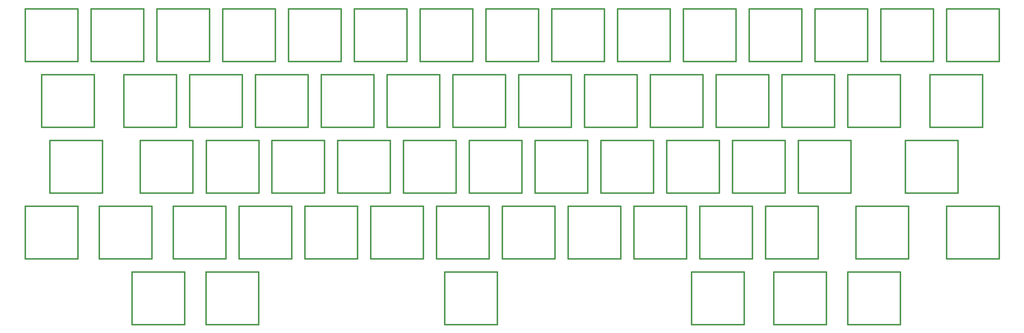
<source format=gbr>
G04 #@! TF.GenerationSoftware,KiCad,Pcbnew,(5.1.2-1)-1*
G04 #@! TF.CreationDate,2020-06-06T23:17:58+08:00*
G04 #@! TF.ProjectId,vim60,76696d36-302e-46b6-9963-61645f706362,rev?*
G04 #@! TF.SameCoordinates,Original*
G04 #@! TF.FileFunction,Legend,Top*
G04 #@! TF.FilePolarity,Positive*
%FSLAX46Y46*%
G04 Gerber Fmt 4.6, Leading zero omitted, Abs format (unit mm)*
G04 Created by KiCad (PCBNEW (5.1.2-1)-1) date 2020-06-06 23:17:58*
%MOMM*%
%LPD*%
G04 APERTURE LIST*
%ADD10C,0.381000*%
G04 APERTURE END LIST*
D10*
X349790000Y-161856500D02*
X349790000Y-177096500D01*
X334550000Y-161856500D02*
X349790000Y-161856500D01*
X334550000Y-177096500D02*
X334550000Y-161856500D01*
X349790000Y-177096500D02*
X334550000Y-177096500D01*
X83091700Y-119946400D02*
X67851700Y-119946400D01*
X67851700Y-119946400D02*
X67851700Y-104706400D01*
X67851700Y-104706400D02*
X83091700Y-104706400D01*
X83091700Y-104706400D02*
X83091700Y-119946400D01*
X87854199Y-123756400D02*
X87854199Y-138996400D01*
X72614199Y-123756400D02*
X87854199Y-123756400D01*
X72614199Y-138996400D02*
X72614199Y-123756400D01*
X87854199Y-138996400D02*
X72614199Y-138996400D01*
X90235499Y-158047800D02*
X74995499Y-158047800D01*
X74995499Y-158047800D02*
X74995499Y-142807800D01*
X74995499Y-142807800D02*
X90235499Y-142807800D01*
X90235499Y-142807800D02*
X90235499Y-158047800D01*
X83091700Y-177096500D02*
X67851700Y-177096500D01*
X67851700Y-177096500D02*
X67851700Y-161856500D01*
X67851700Y-161856500D02*
X83091700Y-161856500D01*
X83091700Y-161856500D02*
X83091700Y-177096500D01*
X102141700Y-104706400D02*
X102141700Y-119946400D01*
X86901700Y-104706400D02*
X102141700Y-104706400D01*
X86901700Y-119946400D02*
X86901700Y-104706400D01*
X102141700Y-119946400D02*
X86901700Y-119946400D01*
X104522900Y-161856500D02*
X104522900Y-177096500D01*
X89282900Y-161856500D02*
X104522900Y-161856500D01*
X89282900Y-177096500D02*
X89282900Y-161856500D01*
X104522900Y-177096500D02*
X89282900Y-177096500D01*
X114046499Y-196146530D02*
X98806499Y-196146530D01*
X98806499Y-196146530D02*
X98806499Y-180906530D01*
X98806499Y-180906530D02*
X114046499Y-180906530D01*
X114046499Y-180906530D02*
X114046499Y-196146530D01*
X121191700Y-104706400D02*
X121191700Y-119946400D01*
X105951700Y-104706400D02*
X121191700Y-104706400D01*
X105951700Y-119946400D02*
X105951700Y-104706400D01*
X121191700Y-119946400D02*
X105951700Y-119946400D01*
X111665300Y-123756400D02*
X111665300Y-138996400D01*
X96425300Y-123756400D02*
X111665300Y-123756400D01*
X96425300Y-138996400D02*
X96425300Y-123756400D01*
X111665300Y-138996400D02*
X96425300Y-138996400D01*
X116429199Y-158047800D02*
X101189199Y-158047800D01*
X101189199Y-158047800D02*
X101189199Y-142807800D01*
X101189199Y-142807800D02*
X116429199Y-142807800D01*
X116429199Y-142807800D02*
X116429199Y-158047800D01*
X125952800Y-161856500D02*
X125952800Y-177096500D01*
X110712800Y-161856500D02*
X125952800Y-161856500D01*
X110712800Y-177096500D02*
X110712800Y-161856500D01*
X125952800Y-177096500D02*
X110712800Y-177096500D01*
X140241700Y-119946400D02*
X125001700Y-119946400D01*
X125001700Y-119946400D02*
X125001700Y-104706400D01*
X125001700Y-104706400D02*
X140241700Y-104706400D01*
X140241700Y-104706400D02*
X140241700Y-119946400D01*
X130715300Y-138996400D02*
X115475300Y-138996400D01*
X115475300Y-138996400D02*
X115475300Y-123756400D01*
X115475300Y-123756400D02*
X130715300Y-123756400D01*
X130715300Y-123756400D02*
X130715300Y-138996400D01*
X135504201Y-142807800D02*
X135504201Y-158047800D01*
X120264201Y-142807800D02*
X135504201Y-142807800D01*
X120264201Y-158047800D02*
X120264201Y-142807800D01*
X135504201Y-158047800D02*
X120264201Y-158047800D01*
X145002800Y-177096500D02*
X129762800Y-177096500D01*
X129762800Y-177096500D02*
X129762800Y-161856500D01*
X129762800Y-161856500D02*
X145002800Y-161856500D01*
X145002800Y-161856500D02*
X145002800Y-177096500D01*
X135477900Y-180906530D02*
X135477900Y-196146530D01*
X120237900Y-180906530D02*
X135477900Y-180906530D01*
X120237900Y-196146530D02*
X120237900Y-180906530D01*
X135477900Y-196146530D02*
X120237900Y-196146530D01*
X159291700Y-104706400D02*
X159291700Y-119946400D01*
X144051700Y-104706400D02*
X159291700Y-104706400D01*
X144051700Y-119946400D02*
X144051700Y-104706400D01*
X159291700Y-119946400D02*
X144051700Y-119946400D01*
X149765300Y-138996400D02*
X134525300Y-138996400D01*
X134525300Y-138996400D02*
X134525300Y-123756400D01*
X134525300Y-123756400D02*
X149765300Y-123756400D01*
X149765300Y-123756400D02*
X149765300Y-138996400D01*
X154529199Y-142807800D02*
X154529199Y-158047800D01*
X139289199Y-142807800D02*
X154529199Y-142807800D01*
X139289199Y-158047800D02*
X139289199Y-142807800D01*
X154529199Y-158047800D02*
X139289199Y-158047800D01*
X164052800Y-177096500D02*
X148812800Y-177096500D01*
X148812800Y-177096500D02*
X148812800Y-161856500D01*
X148812800Y-161856500D02*
X164052800Y-161856500D01*
X164052800Y-161856500D02*
X164052800Y-177096500D01*
X178341700Y-119946400D02*
X163101700Y-119946400D01*
X163101700Y-119946400D02*
X163101700Y-104706400D01*
X163101700Y-104706400D02*
X178341700Y-104706400D01*
X178341700Y-104706400D02*
X178341700Y-119946400D01*
X168815300Y-123756400D02*
X168815300Y-138996400D01*
X153575300Y-123756400D02*
X168815300Y-123756400D01*
X153575300Y-138996400D02*
X153575300Y-123756400D01*
X168815300Y-138996400D02*
X153575300Y-138996400D01*
X173579199Y-158047800D02*
X158339199Y-158047800D01*
X158339199Y-158047800D02*
X158339199Y-142807800D01*
X158339199Y-142807800D02*
X173579199Y-142807800D01*
X173579199Y-142807800D02*
X173579199Y-158047800D01*
X183102800Y-161856500D02*
X183102800Y-177096500D01*
X167862800Y-161856500D02*
X183102800Y-161856500D01*
X167862800Y-177096500D02*
X167862800Y-161856500D01*
X183102800Y-177096500D02*
X167862800Y-177096500D01*
X197391700Y-104706400D02*
X197391700Y-119946400D01*
X182151700Y-104706400D02*
X197391700Y-104706400D01*
X182151700Y-119946400D02*
X182151700Y-104706400D01*
X197391700Y-119946400D02*
X182151700Y-119946400D01*
X187865300Y-138996400D02*
X172625300Y-138996400D01*
X172625300Y-138996400D02*
X172625300Y-123756400D01*
X172625300Y-123756400D02*
X187865300Y-123756400D01*
X187865300Y-123756400D02*
X187865300Y-138996400D01*
X192629199Y-142807800D02*
X192629199Y-158047800D01*
X177389199Y-142807800D02*
X192629199Y-142807800D01*
X177389199Y-158047800D02*
X177389199Y-142807800D01*
X192629199Y-158047800D02*
X177389199Y-158047800D01*
X202152800Y-177096500D02*
X186912800Y-177096500D01*
X186912800Y-177096500D02*
X186912800Y-161856500D01*
X186912800Y-161856500D02*
X202152800Y-161856500D01*
X202152800Y-161856500D02*
X202152800Y-177096500D01*
X204536000Y-180906530D02*
X204536000Y-196146530D01*
X189296000Y-180906530D02*
X204536000Y-180906530D01*
X189296000Y-196146530D02*
X189296000Y-180906530D01*
X204536000Y-196146530D02*
X189296000Y-196146530D01*
X216441700Y-119946400D02*
X201201700Y-119946400D01*
X201201700Y-119946400D02*
X201201700Y-104706400D01*
X201201700Y-104706400D02*
X216441700Y-104706400D01*
X216441700Y-104706400D02*
X216441700Y-119946400D01*
X206915300Y-138996400D02*
X191675300Y-138996400D01*
X191675300Y-138996400D02*
X191675300Y-123756400D01*
X191675300Y-123756400D02*
X206915300Y-123756400D01*
X206915300Y-123756400D02*
X206915300Y-138996400D01*
X211679199Y-158047800D02*
X196439199Y-158047800D01*
X196439199Y-158047800D02*
X196439199Y-142807800D01*
X196439199Y-142807800D02*
X211679199Y-142807800D01*
X211679199Y-142807800D02*
X211679199Y-158047800D01*
X221202800Y-161856500D02*
X221202800Y-177096500D01*
X205962800Y-161856500D02*
X221202800Y-161856500D01*
X205962800Y-177096500D02*
X205962800Y-161856500D01*
X221202800Y-177096500D02*
X205962800Y-177096500D01*
X235491700Y-104706400D02*
X235491700Y-119946400D01*
X220251700Y-104706400D02*
X235491700Y-104706400D01*
X220251700Y-119946400D02*
X220251700Y-104706400D01*
X235491700Y-119946400D02*
X220251700Y-119946400D01*
X225965300Y-138996400D02*
X210725300Y-138996400D01*
X210725300Y-138996400D02*
X210725300Y-123756400D01*
X210725300Y-123756400D02*
X225965300Y-123756400D01*
X225965300Y-123756400D02*
X225965300Y-138996400D01*
X230729199Y-142807800D02*
X230729199Y-158047800D01*
X215489199Y-142807800D02*
X230729199Y-142807800D01*
X215489199Y-158047800D02*
X215489199Y-142807800D01*
X230729199Y-158047800D02*
X215489199Y-158047800D01*
X240252800Y-177096500D02*
X225012800Y-177096500D01*
X225012800Y-177096500D02*
X225012800Y-161856500D01*
X225012800Y-161856500D02*
X240252800Y-161856500D01*
X240252800Y-161856500D02*
X240252800Y-177096500D01*
X254541700Y-119946400D02*
X239301700Y-119946400D01*
X239301700Y-119946400D02*
X239301700Y-104706400D01*
X239301700Y-104706400D02*
X254541700Y-104706400D01*
X254541700Y-104706400D02*
X254541700Y-119946400D01*
X245015300Y-123756400D02*
X245015300Y-138996400D01*
X229775300Y-123756400D02*
X245015300Y-123756400D01*
X229775300Y-138996400D02*
X229775300Y-123756400D01*
X245015300Y-138996400D02*
X229775300Y-138996400D01*
X249779199Y-158047800D02*
X234539199Y-158047800D01*
X234539199Y-158047800D02*
X234539199Y-142807800D01*
X234539199Y-142807800D02*
X249779199Y-142807800D01*
X249779199Y-142807800D02*
X249779199Y-158047800D01*
X259302800Y-161856500D02*
X259302800Y-177096500D01*
X244062800Y-161856500D02*
X259302800Y-161856500D01*
X244062800Y-177096500D02*
X244062800Y-161856500D01*
X259302800Y-177096500D02*
X244062800Y-177096500D01*
X273591700Y-104706400D02*
X273591700Y-119946400D01*
X258351700Y-104706400D02*
X273591700Y-104706400D01*
X258351700Y-119946400D02*
X258351700Y-104706400D01*
X273591700Y-119946400D02*
X258351700Y-119946400D01*
X264065300Y-138996400D02*
X248825300Y-138996400D01*
X248825300Y-138996400D02*
X248825300Y-123756400D01*
X248825300Y-123756400D02*
X264065300Y-123756400D01*
X264065300Y-123756400D02*
X264065300Y-138996400D01*
X268829199Y-142807800D02*
X268829199Y-158047800D01*
X253589199Y-142807800D02*
X268829199Y-142807800D01*
X253589199Y-158047800D02*
X253589199Y-142807800D01*
X268829199Y-158047800D02*
X253589199Y-158047800D01*
X278352800Y-177096500D02*
X263112800Y-177096500D01*
X263112800Y-177096500D02*
X263112800Y-161856500D01*
X263112800Y-161856500D02*
X278352800Y-161856500D01*
X278352800Y-161856500D02*
X278352800Y-177096500D01*
X275970999Y-180906530D02*
X275970999Y-196146530D01*
X260730999Y-180906530D02*
X275970999Y-180906530D01*
X260730999Y-196146530D02*
X260730999Y-180906530D01*
X275970999Y-196146530D02*
X260730999Y-196146530D01*
X292641700Y-119946400D02*
X277401700Y-119946400D01*
X277401700Y-119946400D02*
X277401700Y-104706400D01*
X277401700Y-104706400D02*
X292641700Y-104706400D01*
X292641700Y-104706400D02*
X292641700Y-119946400D01*
X283115300Y-123756400D02*
X283115300Y-138996400D01*
X267875300Y-123756400D02*
X283115300Y-123756400D01*
X267875300Y-138996400D02*
X267875300Y-123756400D01*
X283115300Y-138996400D02*
X267875300Y-138996400D01*
X287879199Y-158047800D02*
X272639199Y-158047800D01*
X272639199Y-158047800D02*
X272639199Y-142807800D01*
X272639199Y-142807800D02*
X287879199Y-142807800D01*
X287879199Y-142807800D02*
X287879199Y-158047800D01*
X297402800Y-177096500D02*
X282162800Y-177096500D01*
X282162800Y-177096500D02*
X282162800Y-161856500D01*
X282162800Y-161856500D02*
X297402800Y-161856500D01*
X297402800Y-161856500D02*
X297402800Y-177096500D01*
X299787000Y-180906530D02*
X299787000Y-196146530D01*
X284547000Y-180906530D02*
X299787000Y-180906530D01*
X284547000Y-196146530D02*
X284547000Y-180906530D01*
X299787000Y-196146530D02*
X284547000Y-196146530D01*
X311691700Y-104706400D02*
X311691700Y-119946400D01*
X296451700Y-104706400D02*
X311691700Y-104706400D01*
X296451700Y-119946400D02*
X296451700Y-104706400D01*
X311691700Y-119946400D02*
X296451700Y-119946400D01*
X302165300Y-138996400D02*
X286925300Y-138996400D01*
X286925300Y-138996400D02*
X286925300Y-123756400D01*
X286925300Y-123756400D02*
X302165300Y-123756400D01*
X302165300Y-123756400D02*
X302165300Y-138996400D01*
X306929199Y-142807800D02*
X306929199Y-158047800D01*
X291689199Y-142807800D02*
X306929199Y-142807800D01*
X291689199Y-158047800D02*
X291689199Y-142807800D01*
X306929199Y-158047800D02*
X291689199Y-158047800D01*
X321214000Y-180906530D02*
X321214000Y-196146530D01*
X305974000Y-180906530D02*
X321214000Y-180906530D01*
X305974000Y-196146530D02*
X305974000Y-180906530D01*
X321214000Y-196146530D02*
X305974000Y-196146530D01*
X330741700Y-119946400D02*
X315501700Y-119946400D01*
X315501700Y-119946400D02*
X315501700Y-104706400D01*
X315501700Y-104706400D02*
X330741700Y-104706400D01*
X330741700Y-104706400D02*
X330741700Y-119946400D01*
X321215300Y-138996400D02*
X305975300Y-138996400D01*
X305975300Y-138996400D02*
X305975300Y-123756400D01*
X305975300Y-123756400D02*
X321215300Y-123756400D01*
X321215300Y-123756400D02*
X321215300Y-138996400D01*
X337883000Y-142807800D02*
X337883000Y-158047800D01*
X322643000Y-142807800D02*
X337883000Y-142807800D01*
X322643000Y-158047800D02*
X322643000Y-142807800D01*
X337883000Y-158047800D02*
X322643000Y-158047800D01*
X323597000Y-161856500D02*
X323597000Y-177096500D01*
X308357000Y-161856500D02*
X323597000Y-161856500D01*
X308357000Y-177096500D02*
X308357000Y-161856500D01*
X323597000Y-177096500D02*
X308357000Y-177096500D01*
X349791700Y-119946400D02*
X334551700Y-119946400D01*
X334551700Y-119946400D02*
X334551700Y-104706400D01*
X334551700Y-104706400D02*
X349791700Y-104706400D01*
X349791700Y-104706400D02*
X349791700Y-119946400D01*
X345028000Y-123756400D02*
X345028000Y-138996400D01*
X329788000Y-123756400D02*
X345028000Y-123756400D01*
X329788000Y-138996400D02*
X329788000Y-123756400D01*
X345028000Y-138996400D02*
X329788000Y-138996400D01*
X349790000Y-177096500D02*
X334550000Y-177096500D01*
X334550000Y-177096500D02*
X334550000Y-161856500D01*
X334550000Y-161856500D02*
X349790000Y-161856500D01*
X349790000Y-161856500D02*
X349790000Y-177096500D01*
X83091700Y-119946400D02*
X67851700Y-119946400D01*
X67851700Y-119946400D02*
X67851700Y-104706400D01*
X67851700Y-104706400D02*
X83091700Y-104706400D01*
X83091700Y-104706400D02*
X83091700Y-119946400D01*
X87854199Y-123756400D02*
X87854199Y-138996400D01*
X72614199Y-123756400D02*
X87854199Y-123756400D01*
X72614199Y-138996400D02*
X72614199Y-123756400D01*
X87854199Y-138996400D02*
X72614199Y-138996400D01*
X90235499Y-142807800D02*
X90235499Y-158047800D01*
X74995499Y-142807800D02*
X90235499Y-142807800D01*
X74995499Y-158047800D02*
X74995499Y-142807800D01*
X90235499Y-158047800D02*
X74995499Y-158047800D01*
X83091700Y-177096500D02*
X67851700Y-177096500D01*
X67851700Y-177096500D02*
X67851700Y-161856500D01*
X67851700Y-161856500D02*
X83091700Y-161856500D01*
X83091700Y-161856500D02*
X83091700Y-177096500D01*
X102141700Y-119946400D02*
X86901700Y-119946400D01*
X86901700Y-119946400D02*
X86901700Y-104706400D01*
X86901700Y-104706400D02*
X102141700Y-104706400D01*
X102141700Y-104706400D02*
X102141700Y-119946400D01*
X104522900Y-177096500D02*
X89282900Y-177096500D01*
X89282900Y-177096500D02*
X89282900Y-161856500D01*
X89282900Y-161856500D02*
X104522900Y-161856500D01*
X104522900Y-161856500D02*
X104522900Y-177096500D01*
X114046499Y-196146530D02*
X98806499Y-196146530D01*
X98806499Y-196146530D02*
X98806499Y-180906530D01*
X98806499Y-180906530D02*
X114046499Y-180906530D01*
X114046499Y-180906530D02*
X114046499Y-196146530D01*
X121191700Y-104706400D02*
X121191700Y-119946400D01*
X105951700Y-104706400D02*
X121191700Y-104706400D01*
X105951700Y-119946400D02*
X105951700Y-104706400D01*
X121191700Y-119946400D02*
X105951700Y-119946400D01*
X111665300Y-123756400D02*
X111665300Y-138996400D01*
X96425300Y-123756400D02*
X111665300Y-123756400D01*
X96425300Y-138996400D02*
X96425300Y-123756400D01*
X111665300Y-138996400D02*
X96425300Y-138996400D01*
X116429199Y-158047800D02*
X101189199Y-158047800D01*
X101189199Y-158047800D02*
X101189199Y-142807800D01*
X101189199Y-142807800D02*
X116429199Y-142807800D01*
X116429199Y-142807800D02*
X116429199Y-158047800D01*
X125952800Y-161856500D02*
X125952800Y-177096500D01*
X110712800Y-161856500D02*
X125952800Y-161856500D01*
X110712800Y-177096500D02*
X110712800Y-161856500D01*
X125952800Y-177096500D02*
X110712800Y-177096500D01*
X140241700Y-119946400D02*
X125001700Y-119946400D01*
X125001700Y-119946400D02*
X125001700Y-104706400D01*
X125001700Y-104706400D02*
X140241700Y-104706400D01*
X140241700Y-104706400D02*
X140241700Y-119946400D01*
X130715300Y-123756400D02*
X130715300Y-138996400D01*
X115475300Y-123756400D02*
X130715300Y-123756400D01*
X115475300Y-138996400D02*
X115475300Y-123756400D01*
X130715300Y-138996400D02*
X115475300Y-138996400D01*
X135504201Y-142807800D02*
X135504201Y-158047800D01*
X120264201Y-142807800D02*
X135504201Y-142807800D01*
X120264201Y-158047800D02*
X120264201Y-142807800D01*
X135504201Y-158047800D02*
X120264201Y-158047800D01*
X145002800Y-161856500D02*
X145002800Y-177096500D01*
X129762800Y-161856500D02*
X145002800Y-161856500D01*
X129762800Y-177096500D02*
X129762800Y-161856500D01*
X145002800Y-177096500D02*
X129762800Y-177096500D01*
X135477900Y-196146530D02*
X120237900Y-196146530D01*
X120237900Y-196146530D02*
X120237900Y-180906530D01*
X120237900Y-180906530D02*
X135477900Y-180906530D01*
X135477900Y-180906530D02*
X135477900Y-196146530D01*
X159291700Y-119946400D02*
X144051700Y-119946400D01*
X144051700Y-119946400D02*
X144051700Y-104706400D01*
X144051700Y-104706400D02*
X159291700Y-104706400D01*
X159291700Y-104706400D02*
X159291700Y-119946400D01*
X149765300Y-123756400D02*
X149765300Y-138996400D01*
X134525300Y-123756400D02*
X149765300Y-123756400D01*
X134525300Y-138996400D02*
X134525300Y-123756400D01*
X149765300Y-138996400D02*
X134525300Y-138996400D01*
X154529199Y-158047800D02*
X139289199Y-158047800D01*
X139289199Y-158047800D02*
X139289199Y-142807800D01*
X139289199Y-142807800D02*
X154529199Y-142807800D01*
X154529199Y-142807800D02*
X154529199Y-158047800D01*
X164052800Y-161856500D02*
X164052800Y-177096500D01*
X148812800Y-161856500D02*
X164052800Y-161856500D01*
X148812800Y-177096500D02*
X148812800Y-161856500D01*
X164052800Y-177096500D02*
X148812800Y-177096500D01*
X178341700Y-119946400D02*
X163101700Y-119946400D01*
X163101700Y-119946400D02*
X163101700Y-104706400D01*
X163101700Y-104706400D02*
X178341700Y-104706400D01*
X178341700Y-104706400D02*
X178341700Y-119946400D01*
X168815300Y-123756400D02*
X168815300Y-138996400D01*
X153575300Y-123756400D02*
X168815300Y-123756400D01*
X153575300Y-138996400D02*
X153575300Y-123756400D01*
X168815300Y-138996400D02*
X153575300Y-138996400D01*
X173579199Y-142807800D02*
X173579199Y-158047800D01*
X158339199Y-142807800D02*
X173579199Y-142807800D01*
X158339199Y-158047800D02*
X158339199Y-142807800D01*
X173579199Y-158047800D02*
X158339199Y-158047800D01*
X183102800Y-161856500D02*
X183102800Y-177096500D01*
X167862800Y-161856500D02*
X183102800Y-161856500D01*
X167862800Y-177096500D02*
X167862800Y-161856500D01*
X183102800Y-177096500D02*
X167862800Y-177096500D01*
X197391700Y-104706400D02*
X197391700Y-119946400D01*
X182151700Y-104706400D02*
X197391700Y-104706400D01*
X182151700Y-119946400D02*
X182151700Y-104706400D01*
X197391700Y-119946400D02*
X182151700Y-119946400D01*
X187865300Y-123756400D02*
X187865300Y-138996400D01*
X172625300Y-123756400D02*
X187865300Y-123756400D01*
X172625300Y-138996400D02*
X172625300Y-123756400D01*
X187865300Y-138996400D02*
X172625300Y-138996400D01*
X192629199Y-142807800D02*
X192629199Y-158047800D01*
X177389199Y-142807800D02*
X192629199Y-142807800D01*
X177389199Y-158047800D02*
X177389199Y-142807800D01*
X192629199Y-158047800D02*
X177389199Y-158047800D01*
X202152800Y-161856500D02*
X202152800Y-177096500D01*
X186912800Y-161856500D02*
X202152800Y-161856500D01*
X186912800Y-177096500D02*
X186912800Y-161856500D01*
X202152800Y-177096500D02*
X186912800Y-177096500D01*
X204536000Y-180906530D02*
X204536000Y-196146530D01*
X189296000Y-180906530D02*
X204536000Y-180906530D01*
X189296000Y-196146530D02*
X189296000Y-180906530D01*
X204536000Y-196146530D02*
X189296000Y-196146530D01*
X216441700Y-104706400D02*
X216441700Y-119946400D01*
X201201700Y-104706400D02*
X216441700Y-104706400D01*
X201201700Y-119946400D02*
X201201700Y-104706400D01*
X216441700Y-119946400D02*
X201201700Y-119946400D01*
X206915300Y-123756400D02*
X206915300Y-138996400D01*
X191675300Y-123756400D02*
X206915300Y-123756400D01*
X191675300Y-138996400D02*
X191675300Y-123756400D01*
X206915300Y-138996400D02*
X191675300Y-138996400D01*
X211679199Y-158047800D02*
X196439199Y-158047800D01*
X196439199Y-158047800D02*
X196439199Y-142807800D01*
X196439199Y-142807800D02*
X211679199Y-142807800D01*
X211679199Y-142807800D02*
X211679199Y-158047800D01*
X221202800Y-161856500D02*
X221202800Y-177096500D01*
X205962800Y-161856500D02*
X221202800Y-161856500D01*
X205962800Y-177096500D02*
X205962800Y-161856500D01*
X221202800Y-177096500D02*
X205962800Y-177096500D01*
X235491700Y-119946400D02*
X220251700Y-119946400D01*
X220251700Y-119946400D02*
X220251700Y-104706400D01*
X220251700Y-104706400D02*
X235491700Y-104706400D01*
X235491700Y-104706400D02*
X235491700Y-119946400D01*
X225965300Y-138996400D02*
X210725300Y-138996400D01*
X210725300Y-138996400D02*
X210725300Y-123756400D01*
X210725300Y-123756400D02*
X225965300Y-123756400D01*
X225965300Y-123756400D02*
X225965300Y-138996400D01*
X230729199Y-158047800D02*
X215489199Y-158047800D01*
X215489199Y-158047800D02*
X215489199Y-142807800D01*
X215489199Y-142807800D02*
X230729199Y-142807800D01*
X230729199Y-142807800D02*
X230729199Y-158047800D01*
X240252800Y-177096500D02*
X225012800Y-177096500D01*
X225012800Y-177096500D02*
X225012800Y-161856500D01*
X225012800Y-161856500D02*
X240252800Y-161856500D01*
X240252800Y-161856500D02*
X240252800Y-177096500D01*
X254541700Y-104706400D02*
X254541700Y-119946400D01*
X239301700Y-104706400D02*
X254541700Y-104706400D01*
X239301700Y-119946400D02*
X239301700Y-104706400D01*
X254541700Y-119946400D02*
X239301700Y-119946400D01*
X245015300Y-138996400D02*
X229775300Y-138996400D01*
X229775300Y-138996400D02*
X229775300Y-123756400D01*
X229775300Y-123756400D02*
X245015300Y-123756400D01*
X245015300Y-123756400D02*
X245015300Y-138996400D01*
X249779199Y-158047800D02*
X234539199Y-158047800D01*
X234539199Y-158047800D02*
X234539199Y-142807800D01*
X234539199Y-142807800D02*
X249779199Y-142807800D01*
X249779199Y-142807800D02*
X249779199Y-158047800D01*
X259302800Y-161856500D02*
X259302800Y-177096500D01*
X244062800Y-161856500D02*
X259302800Y-161856500D01*
X244062800Y-177096500D02*
X244062800Y-161856500D01*
X259302800Y-177096500D02*
X244062800Y-177096500D01*
X273591700Y-119946400D02*
X258351700Y-119946400D01*
X258351700Y-119946400D02*
X258351700Y-104706400D01*
X258351700Y-104706400D02*
X273591700Y-104706400D01*
X273591700Y-104706400D02*
X273591700Y-119946400D01*
X264065300Y-138996400D02*
X248825300Y-138996400D01*
X248825300Y-138996400D02*
X248825300Y-123756400D01*
X248825300Y-123756400D02*
X264065300Y-123756400D01*
X264065300Y-123756400D02*
X264065300Y-138996400D01*
X268829199Y-158047800D02*
X253589199Y-158047800D01*
X253589199Y-158047800D02*
X253589199Y-142807800D01*
X253589199Y-142807800D02*
X268829199Y-142807800D01*
X268829199Y-142807800D02*
X268829199Y-158047800D01*
X278352800Y-177096500D02*
X263112800Y-177096500D01*
X263112800Y-177096500D02*
X263112800Y-161856500D01*
X263112800Y-161856500D02*
X278352800Y-161856500D01*
X278352800Y-161856500D02*
X278352800Y-177096500D01*
X275970999Y-180906530D02*
X275970999Y-196146530D01*
X260730999Y-180906530D02*
X275970999Y-180906530D01*
X260730999Y-196146530D02*
X260730999Y-180906530D01*
X275970999Y-196146530D02*
X260730999Y-196146530D01*
X292641700Y-104706400D02*
X292641700Y-119946400D01*
X277401700Y-104706400D02*
X292641700Y-104706400D01*
X277401700Y-119946400D02*
X277401700Y-104706400D01*
X292641700Y-119946400D02*
X277401700Y-119946400D01*
X283115300Y-138996400D02*
X267875300Y-138996400D01*
X267875300Y-138996400D02*
X267875300Y-123756400D01*
X267875300Y-123756400D02*
X283115300Y-123756400D01*
X283115300Y-123756400D02*
X283115300Y-138996400D01*
X287879199Y-142807800D02*
X287879199Y-158047800D01*
X272639199Y-142807800D02*
X287879199Y-142807800D01*
X272639199Y-158047800D02*
X272639199Y-142807800D01*
X287879199Y-158047800D02*
X272639199Y-158047800D01*
X297402800Y-161856500D02*
X297402800Y-177096500D01*
X282162800Y-161856500D02*
X297402800Y-161856500D01*
X282162800Y-177096500D02*
X282162800Y-161856500D01*
X297402800Y-177096500D02*
X282162800Y-177096500D01*
X299787000Y-180906530D02*
X299787000Y-196146530D01*
X284547000Y-180906530D02*
X299787000Y-180906530D01*
X284547000Y-196146530D02*
X284547000Y-180906530D01*
X299787000Y-196146530D02*
X284547000Y-196146530D01*
X311691700Y-119946400D02*
X296451700Y-119946400D01*
X296451700Y-119946400D02*
X296451700Y-104706400D01*
X296451700Y-104706400D02*
X311691700Y-104706400D01*
X311691700Y-104706400D02*
X311691700Y-119946400D01*
X302165300Y-138996400D02*
X286925300Y-138996400D01*
X286925300Y-138996400D02*
X286925300Y-123756400D01*
X286925300Y-123756400D02*
X302165300Y-123756400D01*
X302165300Y-123756400D02*
X302165300Y-138996400D01*
X306929199Y-158047800D02*
X291689199Y-158047800D01*
X291689199Y-158047800D02*
X291689199Y-142807800D01*
X291689199Y-142807800D02*
X306929199Y-142807800D01*
X306929199Y-142807800D02*
X306929199Y-158047800D01*
X321214000Y-180906530D02*
X321214000Y-196146530D01*
X305974000Y-180906530D02*
X321214000Y-180906530D01*
X305974000Y-196146530D02*
X305974000Y-180906530D01*
X321214000Y-196146530D02*
X305974000Y-196146530D01*
X330741700Y-119946400D02*
X315501700Y-119946400D01*
X315501700Y-119946400D02*
X315501700Y-104706400D01*
X315501700Y-104706400D02*
X330741700Y-104706400D01*
X330741700Y-104706400D02*
X330741700Y-119946400D01*
X321215300Y-138996400D02*
X305975300Y-138996400D01*
X305975300Y-138996400D02*
X305975300Y-123756400D01*
X305975300Y-123756400D02*
X321215300Y-123756400D01*
X321215300Y-123756400D02*
X321215300Y-138996400D01*
X337883000Y-142807800D02*
X337883000Y-158047800D01*
X322643000Y-142807800D02*
X337883000Y-142807800D01*
X322643000Y-158047800D02*
X322643000Y-142807800D01*
X337883000Y-158047800D02*
X322643000Y-158047800D01*
X323597000Y-177096500D02*
X308357000Y-177096500D01*
X308357000Y-177096500D02*
X308357000Y-161856500D01*
X308357000Y-161856500D02*
X323597000Y-161856500D01*
X323597000Y-161856500D02*
X323597000Y-177096500D01*
X349791700Y-119946400D02*
X334551700Y-119946400D01*
X334551700Y-119946400D02*
X334551700Y-104706400D01*
X334551700Y-104706400D02*
X349791700Y-104706400D01*
X349791700Y-104706400D02*
X349791700Y-119946400D01*
X345028000Y-138996400D02*
X329788000Y-138996400D01*
X329788000Y-138996400D02*
X329788000Y-123756400D01*
X329788000Y-123756400D02*
X345028000Y-123756400D01*
X345028000Y-123756400D02*
X345028000Y-138996400D01*
M02*

</source>
